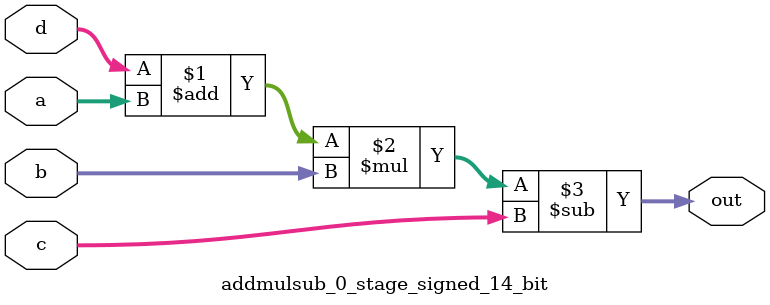
<source format=sv>
(* use_dsp = "yes" *) module addmulsub_0_stage_signed_14_bit(
	input signed [13:0] a,
	input signed [13:0] b,
	input signed [13:0] c,
	input signed [13:0] d,
	output [13:0] out
	);

	assign out = ((d + a) * b) - c;
endmodule

</source>
